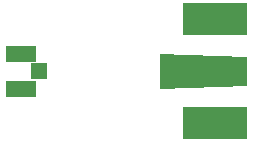
<source format=gbr>
G04 #@! TF.FileFunction,Soldermask,Top*
%FSLAX46Y46*%
G04 Gerber Fmt 4.6, Leading zero omitted, Abs format (unit mm)*
G04 Created by KiCad (PCBNEW 4.0.6) date 04/23/17 22:35:11*
%MOMM*%
%LPD*%
G01*
G04 APERTURE LIST*
%ADD10C,0.100000*%
%ADD11R,5.480000X2.813000*%
%ADD12R,2.600000X1.450000*%
%ADD13R,1.450000X1.400000*%
G04 APERTURE END LIST*
D10*
G36*
X168348000Y-104194000D02*
X168348000Y-106626000D01*
X160963000Y-106880000D01*
X160963000Y-103940000D01*
X168348000Y-104194000D01*
X168348000Y-104194000D01*
G37*
D11*
X165608000Y-109791500D03*
X165608000Y-101028500D03*
D12*
X149225000Y-103935000D03*
D13*
X150750000Y-105410000D03*
D12*
X149225000Y-106885000D03*
M02*

</source>
